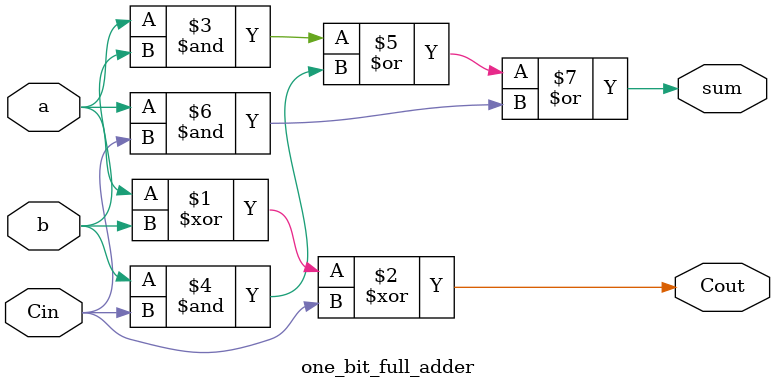
<source format=v>
module one_bit_full_adder (sum, Cout, a, b, Cin);

  input a, b, Cin;
  output sum, Cout;
    
	assign Cout = a ^ b ^ Cin;
	assign sum = (a & b) | (b & Cin) | (a & Cin); 

endmodule
</source>
